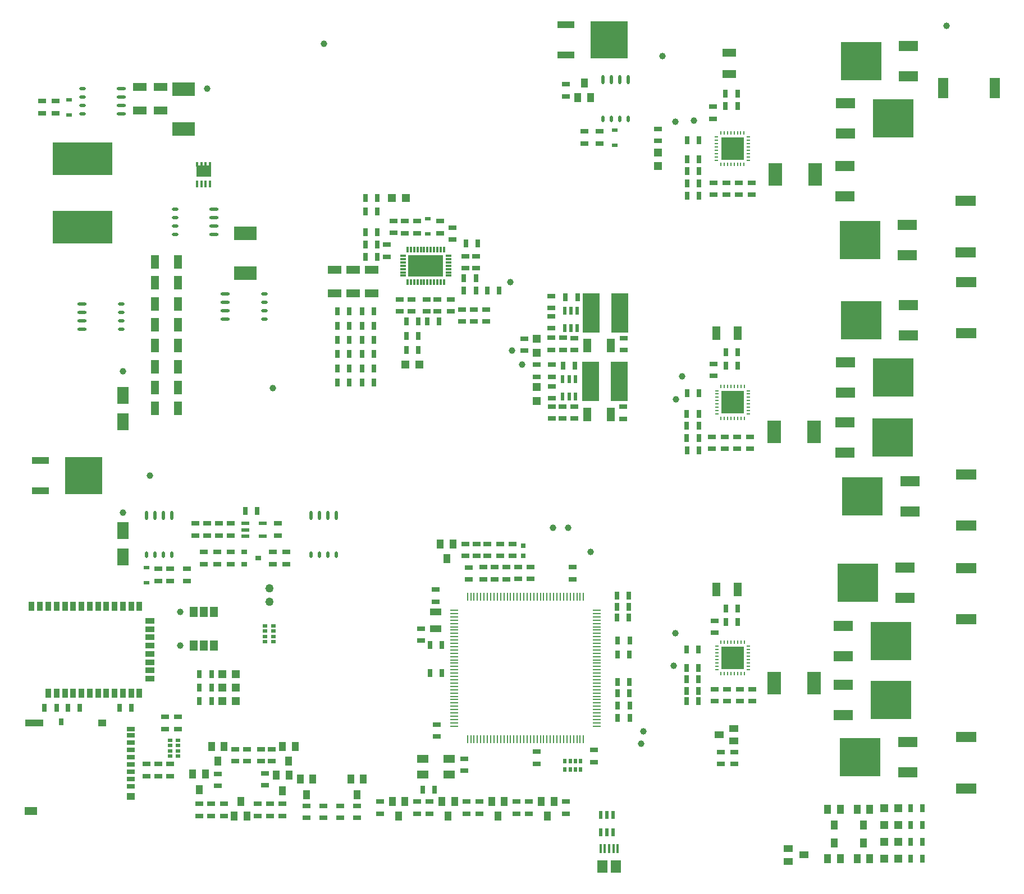
<source format=gtp>
G04*
G04 #@! TF.GenerationSoftware,Altium Limited,Altium Designer,19.0.11 (319)*
G04*
G04 Layer_Color=8421504*
%FSLAX25Y25*%
%MOIN*%
G70*
G01*
G75*
%ADD18R,0.02559X0.01969*%
%ADD19R,0.07480X0.05118*%
%ADD20R,0.11024X0.03937*%
%ADD21R,0.03150X0.03937*%
%ADD22R,0.04724X0.03937*%
%ADD23R,0.04724X0.02756*%
%ADD24R,0.03543X0.03150*%
%ADD25O,0.03937X0.01968*%
%ADD26O,0.05512X0.01968*%
%ADD27R,0.22173X0.22441*%
%ADD28R,0.10236X0.04173*%
%ADD29R,0.35433X0.19685*%
%ADD30O,0.01968X0.03937*%
%ADD31O,0.01968X0.05512*%
G04:AMPARAMS|DCode=32|XSize=50mil|YSize=50mil|CornerRadius=25mil|HoleSize=0mil|Usage=FLASHONLY|Rotation=0.000|XOffset=0mil|YOffset=0mil|HoleType=Round|Shape=RoundedRectangle|*
%AMROUNDEDRECTD32*
21,1,0.05000,0.00000,0,0,0.0*
21,1,0.00000,0.05000,0,0,0.0*
1,1,0.05000,0.00000,0.00000*
1,1,0.05000,0.00000,0.00000*
1,1,0.05000,0.00000,0.00000*
1,1,0.05000,0.00000,0.00000*
%
%ADD32ROUNDEDRECTD32*%
%ADD33R,0.04724X0.02362*%
%ADD34R,0.03150X0.03150*%
%ADD35R,0.13386X0.07874*%
%ADD36R,0.07874X0.04724*%
%ADD37R,0.01595X0.03898*%
%ADD38R,0.08799X0.06791*%
%ADD39R,0.01595X0.02992*%
%ADD40R,0.06693X0.09843*%
%ADD41R,0.05700X0.03300*%
%ADD42R,0.03300X0.05700*%
%ADD43R,0.04600X0.06300*%
%ADD44R,0.04724X0.07874*%
%ADD45R,0.04724X0.04724*%
%ADD46R,0.03268X0.02480*%
%ADD47R,0.01969X0.02559*%
%ADD48R,0.09843X0.23622*%
G04:AMPARAMS|DCode=49|XSize=39.37mil|YSize=39.37mil|CornerRadius=19.68mil|HoleSize=0mil|Usage=FLASHONLY|Rotation=90.000|XOffset=0mil|YOffset=0mil|HoleType=Round|Shape=RoundedRectangle|*
%AMROUNDEDRECTD49*
21,1,0.03937,0.00000,0,0,90.0*
21,1,0.00000,0.03937,0,0,90.0*
1,1,0.03937,0.00000,0.00000*
1,1,0.03937,0.00000,0.00000*
1,1,0.03937,0.00000,0.00000*
1,1,0.03937,0.00000,0.00000*
%
%ADD49ROUNDEDRECTD49*%
%ADD50R,0.05000X0.08110*%
G04:AMPARAMS|DCode=51|XSize=39.37mil|YSize=39.37mil|CornerRadius=19.68mil|HoleSize=0mil|Usage=FLASHONLY|Rotation=0.000|XOffset=0mil|YOffset=0mil|HoleType=Round|Shape=RoundedRectangle|*
%AMROUNDEDRECTD51*
21,1,0.03937,0.00000,0,0,0.0*
21,1,0.00000,0.03937,0,0,0.0*
1,1,0.03937,0.00000,0.00000*
1,1,0.03937,0.00000,0.00000*
1,1,0.03937,0.00000,0.00000*
1,1,0.03937,0.00000,0.00000*
%
%ADD51ROUNDEDRECTD51*%
%ADD52R,0.05984X0.12087*%
%ADD53R,0.05512X0.03937*%
%ADD54R,0.12087X0.05984*%
%ADD55R,0.08110X0.05000*%
%ADD56R,0.01181X0.03169*%
%ADD57R,0.03169X0.01181*%
%ADD58R,0.20669X0.12795*%
%ADD59R,0.03937X0.05512*%
%ADD60R,0.01100X0.04800*%
%ADD61R,0.04800X0.01100*%
%ADD62R,0.02165X0.04724*%
%ADD63R,0.07087X0.03937*%
%ADD64R,0.07874X0.13386*%
%ADD65R,0.02362X0.00984*%
%ADD66R,0.00984X0.02362*%
%ADD67R,0.13583X0.13583*%
%ADD68R,0.11811X0.06299*%
%ADD69R,0.24409X0.22835*%
%ADD70R,0.07087X0.05118*%
%ADD71R,0.04724X0.03150*%
%ADD72R,0.03150X0.04724*%
%ADD73R,0.01575X0.05315*%
%ADD74R,0.05906X0.07480*%
D18*
X189542Y158976D02*
D03*
Y162125D02*
D03*
Y165275D02*
D03*
Y168424D02*
D03*
X184620D02*
D03*
Y165275D02*
D03*
Y162125D02*
D03*
Y158976D02*
D03*
X133003Y90976D02*
D03*
Y94125D02*
D03*
Y97275D02*
D03*
Y100424D02*
D03*
X128081D02*
D03*
Y97275D02*
D03*
Y94125D02*
D03*
Y90976D02*
D03*
D19*
X45439Y58338D02*
D03*
D20*
X47408Y110897D02*
D03*
D21*
X63549Y111487D02*
D03*
D22*
X87959Y110897D02*
D03*
X104888Y66999D02*
D03*
D23*
Y107157D02*
D03*
Y103417D02*
D03*
Y99086D02*
D03*
Y94755D02*
D03*
Y90424D02*
D03*
Y86094D02*
D03*
Y81763D02*
D03*
Y77432D02*
D03*
Y73102D02*
D03*
D24*
X180412Y208700D02*
D03*
X172144Y204960D02*
D03*
Y212440D02*
D03*
D25*
X184081Y350700D02*
D03*
Y355700D02*
D03*
Y360700D02*
D03*
Y365700D02*
D03*
X76073Y487700D02*
D03*
Y482700D02*
D03*
Y477700D02*
D03*
Y472700D02*
D03*
X99081Y344700D02*
D03*
Y349700D02*
D03*
Y354700D02*
D03*
Y359700D02*
D03*
X131073Y416200D02*
D03*
Y411200D02*
D03*
Y406200D02*
D03*
Y401200D02*
D03*
D26*
X160853Y365700D02*
D03*
Y360700D02*
D03*
Y355700D02*
D03*
Y350700D02*
D03*
X99301Y472700D02*
D03*
Y477700D02*
D03*
Y482700D02*
D03*
Y487700D02*
D03*
X75853Y359700D02*
D03*
Y354700D02*
D03*
Y349700D02*
D03*
Y344700D02*
D03*
X154302Y401200D02*
D03*
Y406200D02*
D03*
Y411200D02*
D03*
Y416200D02*
D03*
D27*
X76868Y257700D02*
D03*
X388868Y516700D02*
D03*
D28*
X51081Y266700D02*
D03*
Y248700D02*
D03*
X363081Y507700D02*
D03*
Y525700D02*
D03*
D29*
X76081Y445976D02*
D03*
Y405424D02*
D03*
D30*
X211790Y210700D02*
D03*
X216790D02*
D03*
X221790D02*
D03*
X226790D02*
D03*
X385081Y469700D02*
D03*
X390081D02*
D03*
X395081D02*
D03*
X400081D02*
D03*
X114081Y210700D02*
D03*
X119081D02*
D03*
X124081D02*
D03*
X129081D02*
D03*
D31*
X226790Y233928D02*
D03*
X221790D02*
D03*
X216790D02*
D03*
X211790D02*
D03*
X400081Y492928D02*
D03*
X395081D02*
D03*
X390081D02*
D03*
X385081D02*
D03*
X129081Y233928D02*
D03*
X124081D02*
D03*
X119081D02*
D03*
X114081D02*
D03*
D32*
X187081Y190700D02*
D03*
Y182700D02*
D03*
D33*
X172939Y221763D02*
D03*
Y225503D02*
D03*
Y229243D02*
D03*
X183223Y221763D02*
D03*
Y229243D02*
D03*
D34*
X337816Y215953D02*
D03*
Y210047D02*
D03*
D35*
X136081Y487511D02*
D03*
Y463889D02*
D03*
X172857Y378078D02*
D03*
Y401700D02*
D03*
D36*
X460126Y496501D02*
D03*
Y509099D02*
D03*
D37*
X144183Y431050D02*
D03*
X146782D02*
D03*
X149380D02*
D03*
X151979D02*
D03*
D38*
X148081Y438895D02*
D03*
D39*
X151979Y442802D02*
D03*
X149380D02*
D03*
X146782D02*
D03*
X144183D02*
D03*
D40*
X100081Y305442D02*
D03*
Y289694D02*
D03*
Y225009D02*
D03*
Y209261D02*
D03*
D41*
X116081Y171520D02*
D03*
Y166540D02*
D03*
Y161620D02*
D03*
Y156700D02*
D03*
Y151780D02*
D03*
Y146860D02*
D03*
Y141940D02*
D03*
Y137020D02*
D03*
D42*
X46031Y180070D02*
D03*
X51011D02*
D03*
X55931D02*
D03*
X60851D02*
D03*
X65771D02*
D03*
X70691D02*
D03*
X75611D02*
D03*
X80531D02*
D03*
X85451D02*
D03*
X90371D02*
D03*
X95291D02*
D03*
X100211D02*
D03*
X105131D02*
D03*
X110051D02*
D03*
Y128470D02*
D03*
X105131D02*
D03*
X100211D02*
D03*
X95291D02*
D03*
X90371D02*
D03*
X85451D02*
D03*
X80531D02*
D03*
X75611D02*
D03*
X70691D02*
D03*
X65771D02*
D03*
X60851D02*
D03*
X55931D02*
D03*
D43*
X142081Y176700D02*
D03*
X148081D02*
D03*
X154081D02*
D03*
X142081Y156700D02*
D03*
X148081D02*
D03*
X154081D02*
D03*
D44*
X465225Y342548D02*
D03*
X452627D02*
D03*
X465225Y189922D02*
D03*
X452627D02*
D03*
D45*
X345816Y330766D02*
D03*
Y339034D02*
D03*
X417916Y441619D02*
D03*
Y449887D02*
D03*
X345816Y302166D02*
D03*
Y310434D02*
D03*
X552292Y30200D02*
D03*
X560560D02*
D03*
X167349Y139700D02*
D03*
X159081D02*
D03*
X167349Y123700D02*
D03*
X159081D02*
D03*
X167349Y131700D02*
D03*
X159081D02*
D03*
X267882Y323870D02*
D03*
X276150D02*
D03*
X268215Y422700D02*
D03*
X259947D02*
D03*
X552292Y40200D02*
D03*
X560560D02*
D03*
X552292Y60200D02*
D03*
X560560D02*
D03*
X552292Y50200D02*
D03*
X560560D02*
D03*
D46*
X281227Y410428D02*
D03*
Y401372D02*
D03*
X392081Y463228D02*
D03*
Y454172D02*
D03*
X114081Y194172D02*
D03*
Y203228D02*
D03*
X68081Y481228D02*
D03*
Y472172D02*
D03*
D47*
X362592Y83239D02*
D03*
X365741D02*
D03*
X368891D02*
D03*
X372040D02*
D03*
Y88161D02*
D03*
X368891D02*
D03*
X365741D02*
D03*
X362592D02*
D03*
D48*
X394779Y313800D02*
D03*
X377850D02*
D03*
X395179Y354300D02*
D03*
X378250D02*
D03*
D49*
X134081Y176700D02*
D03*
X116081Y257700D02*
D03*
X100081Y235700D02*
D03*
X337216Y323650D02*
D03*
X331216Y332000D02*
D03*
X134081Y156700D02*
D03*
D50*
X376007Y294200D02*
D03*
X389825D02*
D03*
X132990Y359843D02*
D03*
X119172D02*
D03*
X132990Y297700D02*
D03*
X119172D02*
D03*
X132990Y334986D02*
D03*
X119172D02*
D03*
X132990Y372271D02*
D03*
X119172D02*
D03*
X132990Y310129D02*
D03*
X119172D02*
D03*
X132990Y322557D02*
D03*
X119172D02*
D03*
X376007Y335000D02*
D03*
X389825D02*
D03*
X132990Y384700D02*
D03*
X119172D02*
D03*
X132990Y347414D02*
D03*
X119172D02*
D03*
D51*
X589066Y525200D02*
D03*
X432166Y316850D02*
D03*
X407866Y98300D02*
D03*
X428066Y468200D02*
D03*
Y164150D02*
D03*
X420626Y507100D02*
D03*
X189081Y309700D02*
D03*
X150081Y487700D02*
D03*
X428616Y303000D02*
D03*
X364566Y226650D02*
D03*
X330316Y372600D02*
D03*
X377766Y212400D02*
D03*
X409216Y105850D02*
D03*
X355516Y226650D02*
D03*
X427166Y144700D02*
D03*
X219631Y514270D02*
D03*
X439266Y468850D02*
D03*
X100081Y319700D02*
D03*
D52*
X617743Y488100D02*
D03*
X587309D02*
D03*
D53*
X454385Y103700D02*
D03*
X463047Y107440D02*
D03*
Y99960D02*
D03*
X504650Y32300D02*
D03*
X495202Y28560D02*
D03*
Y36040D02*
D03*
D54*
X600926Y372765D02*
D03*
Y342331D02*
D03*
X600626Y390483D02*
D03*
Y420917D02*
D03*
X601026Y228131D02*
D03*
Y258565D02*
D03*
X600926Y202739D02*
D03*
Y172305D02*
D03*
X600726Y71905D02*
D03*
Y102339D02*
D03*
D55*
X225916Y366091D02*
D03*
Y379909D02*
D03*
X110081Y488609D02*
D03*
Y474791D02*
D03*
X122443D02*
D03*
Y488609D02*
D03*
X247916Y379909D02*
D03*
Y366091D02*
D03*
X236916Y379909D02*
D03*
Y366091D02*
D03*
D56*
X269200Y372845D02*
D03*
X271169D02*
D03*
X273137D02*
D03*
X275106D02*
D03*
X277074D02*
D03*
X279043D02*
D03*
X281011D02*
D03*
X282980D02*
D03*
X284948D02*
D03*
X286917D02*
D03*
X288885D02*
D03*
X290854D02*
D03*
Y392155D02*
D03*
X288885D02*
D03*
X286917D02*
D03*
X284948D02*
D03*
X282980D02*
D03*
X281011D02*
D03*
X279043D02*
D03*
X277074D02*
D03*
X275106D02*
D03*
X273137D02*
D03*
X271169D02*
D03*
X269200D02*
D03*
D57*
X293619Y376594D02*
D03*
Y378563D02*
D03*
Y380531D02*
D03*
Y382500D02*
D03*
Y384469D02*
D03*
Y386437D02*
D03*
Y388406D02*
D03*
X266435D02*
D03*
Y386437D02*
D03*
Y384469D02*
D03*
Y382500D02*
D03*
Y380531D02*
D03*
Y378563D02*
D03*
Y376594D02*
D03*
D58*
X280027Y382500D02*
D03*
D59*
X539926Y39524D02*
D03*
X543666Y30076D02*
D03*
X536186D02*
D03*
X267556Y63931D02*
D03*
X260076D02*
D03*
X263816Y55269D02*
D03*
X539926Y50076D02*
D03*
X536186Y59524D02*
D03*
X543666D02*
D03*
X374081Y491031D02*
D03*
X377821Y482369D02*
D03*
X370341D02*
D03*
X195016Y70276D02*
D03*
X191276Y79724D02*
D03*
X198756D02*
D03*
X209216Y68076D02*
D03*
X205476Y77524D02*
D03*
X212956D02*
D03*
X239216Y68076D02*
D03*
X235476Y77524D02*
D03*
X242956D02*
D03*
X145416Y70976D02*
D03*
X141676Y80424D02*
D03*
X149156D02*
D03*
X198716Y87969D02*
D03*
X194976Y96631D02*
D03*
X202456D02*
D03*
X166376Y55569D02*
D03*
X173856D02*
D03*
X170116Y64231D02*
D03*
X156516Y87969D02*
D03*
X152776Y96631D02*
D03*
X160256D02*
D03*
X297056Y63931D02*
D03*
X289576D02*
D03*
X293316Y55269D02*
D03*
X326556Y63931D02*
D03*
X319076D02*
D03*
X322816Y55269D02*
D03*
X356056Y63931D02*
D03*
X348576D02*
D03*
X352316Y55269D02*
D03*
X522426Y39524D02*
D03*
X526166Y30076D02*
D03*
X518686D02*
D03*
X522426Y50076D02*
D03*
X518686Y59524D02*
D03*
X526166D02*
D03*
X296156Y217031D02*
D03*
X288676D02*
D03*
X292416Y208369D02*
D03*
D60*
X373665Y185600D02*
D03*
X371696D02*
D03*
X369728D02*
D03*
X367759D02*
D03*
X365791D02*
D03*
X363822D02*
D03*
X361854D02*
D03*
X359885D02*
D03*
X357917D02*
D03*
X355948D02*
D03*
X353980D02*
D03*
X352011D02*
D03*
X350043D02*
D03*
X348074D02*
D03*
X346106D02*
D03*
X344137D02*
D03*
X342169D02*
D03*
X340200D02*
D03*
X338232D02*
D03*
X336263D02*
D03*
X334295D02*
D03*
X332326D02*
D03*
X330358D02*
D03*
X328389D02*
D03*
X326421D02*
D03*
X324452D02*
D03*
X322484D02*
D03*
X320515D02*
D03*
X318547D02*
D03*
X316578D02*
D03*
X314610D02*
D03*
X312641D02*
D03*
X310673D02*
D03*
X308704D02*
D03*
X306736D02*
D03*
X304767D02*
D03*
Y101000D02*
D03*
X306736D02*
D03*
X308704D02*
D03*
X310673D02*
D03*
X312641D02*
D03*
X314610D02*
D03*
X316578D02*
D03*
X318547D02*
D03*
X320515D02*
D03*
X322484D02*
D03*
X324452D02*
D03*
X326421D02*
D03*
X328389D02*
D03*
X330358D02*
D03*
X332326D02*
D03*
X334295D02*
D03*
X336263D02*
D03*
X338232D02*
D03*
X340200D02*
D03*
X342169D02*
D03*
X344137D02*
D03*
X346106D02*
D03*
X348074D02*
D03*
X350043D02*
D03*
X352011D02*
D03*
X353980D02*
D03*
X355948D02*
D03*
X357917D02*
D03*
X359885D02*
D03*
X361854D02*
D03*
X363822D02*
D03*
X365791D02*
D03*
X367759D02*
D03*
X369728D02*
D03*
X371696D02*
D03*
X373665D02*
D03*
D61*
X296916Y177749D02*
D03*
Y175780D02*
D03*
Y173812D02*
D03*
Y171843D02*
D03*
Y169875D02*
D03*
Y167906D02*
D03*
Y165938D02*
D03*
Y163969D02*
D03*
Y162001D02*
D03*
Y160032D02*
D03*
Y158064D02*
D03*
Y156095D02*
D03*
Y154127D02*
D03*
Y152158D02*
D03*
Y150190D02*
D03*
Y148221D02*
D03*
Y146253D02*
D03*
Y144284D02*
D03*
Y142316D02*
D03*
Y140347D02*
D03*
Y138379D02*
D03*
Y136410D02*
D03*
Y134442D02*
D03*
Y132473D02*
D03*
Y130505D02*
D03*
Y128536D02*
D03*
Y126568D02*
D03*
Y124599D02*
D03*
Y122631D02*
D03*
Y120662D02*
D03*
Y118694D02*
D03*
Y116725D02*
D03*
Y114757D02*
D03*
Y112788D02*
D03*
Y110820D02*
D03*
Y108851D02*
D03*
X381516D02*
D03*
Y110820D02*
D03*
Y112788D02*
D03*
Y114757D02*
D03*
Y116725D02*
D03*
Y118694D02*
D03*
Y120662D02*
D03*
Y122631D02*
D03*
Y124599D02*
D03*
Y126568D02*
D03*
Y128536D02*
D03*
Y130505D02*
D03*
Y132473D02*
D03*
Y134442D02*
D03*
Y136410D02*
D03*
Y138379D02*
D03*
Y140347D02*
D03*
Y142316D02*
D03*
Y144284D02*
D03*
Y146253D02*
D03*
Y148221D02*
D03*
Y150190D02*
D03*
Y152158D02*
D03*
Y154127D02*
D03*
Y156095D02*
D03*
Y158064D02*
D03*
Y160032D02*
D03*
Y162001D02*
D03*
Y163969D02*
D03*
Y165938D02*
D03*
Y167906D02*
D03*
Y169875D02*
D03*
Y171843D02*
D03*
Y173812D02*
D03*
Y175780D02*
D03*
Y177749D02*
D03*
D62*
X368856Y314918D02*
D03*
X365116D02*
D03*
X361376D02*
D03*
Y304682D02*
D03*
X368856D02*
D03*
X365116D02*
D03*
X369956Y355718D02*
D03*
X366216D02*
D03*
X362476D02*
D03*
Y345482D02*
D03*
X369956D02*
D03*
X366216D02*
D03*
X383776Y45781D02*
D03*
X387516D02*
D03*
X391256D02*
D03*
Y56019D02*
D03*
X387516D02*
D03*
X383776D02*
D03*
D63*
X285816Y176621D02*
D03*
Y166779D02*
D03*
D64*
X487015Y283748D02*
D03*
X510637D02*
D03*
X486915Y134522D02*
D03*
X510537D02*
D03*
X487615Y436600D02*
D03*
X511237D02*
D03*
D65*
X452777Y156312D02*
D03*
Y154343D02*
D03*
Y152375D02*
D03*
Y150406D02*
D03*
Y148438D02*
D03*
Y146469D02*
D03*
Y144501D02*
D03*
Y142532D02*
D03*
X471675D02*
D03*
Y144501D02*
D03*
Y146469D02*
D03*
Y148438D02*
D03*
Y150406D02*
D03*
Y152375D02*
D03*
Y154343D02*
D03*
Y156312D02*
D03*
X452677Y458990D02*
D03*
Y457021D02*
D03*
Y455053D02*
D03*
Y453084D02*
D03*
Y451116D02*
D03*
Y449147D02*
D03*
Y447179D02*
D03*
Y445210D02*
D03*
X471575D02*
D03*
Y447179D02*
D03*
Y449147D02*
D03*
Y451116D02*
D03*
Y453084D02*
D03*
Y455053D02*
D03*
Y457021D02*
D03*
Y458990D02*
D03*
X452777Y308238D02*
D03*
Y306269D02*
D03*
Y304301D02*
D03*
Y302332D02*
D03*
Y300364D02*
D03*
Y298395D02*
D03*
Y296427D02*
D03*
Y294458D02*
D03*
X471675D02*
D03*
Y296427D02*
D03*
Y298395D02*
D03*
Y300364D02*
D03*
Y302332D02*
D03*
Y304301D02*
D03*
Y306269D02*
D03*
Y308238D02*
D03*
D66*
X455336Y139973D02*
D03*
X457305D02*
D03*
X459273D02*
D03*
X461242D02*
D03*
X463210D02*
D03*
X465179D02*
D03*
X467147D02*
D03*
X469116D02*
D03*
Y158871D02*
D03*
X467147D02*
D03*
X465179D02*
D03*
X463210D02*
D03*
X461242D02*
D03*
X459273D02*
D03*
X457305D02*
D03*
X455336D02*
D03*
X455236Y442651D02*
D03*
X457205D02*
D03*
X459173D02*
D03*
X461142D02*
D03*
X463110D02*
D03*
X465079D02*
D03*
X467047D02*
D03*
X469016D02*
D03*
Y461549D02*
D03*
X467047D02*
D03*
X465079D02*
D03*
X463110D02*
D03*
X461142D02*
D03*
X459173D02*
D03*
X457205D02*
D03*
X455236D02*
D03*
X455336Y291899D02*
D03*
X457305D02*
D03*
X459273D02*
D03*
X461242D02*
D03*
X463210D02*
D03*
X465179D02*
D03*
X467147D02*
D03*
X469116D02*
D03*
Y310797D02*
D03*
X467147D02*
D03*
X465179D02*
D03*
X463210D02*
D03*
X461242D02*
D03*
X459273D02*
D03*
X457305D02*
D03*
X455336D02*
D03*
D67*
X462226Y149422D02*
D03*
X462126Y452100D02*
D03*
X462226Y301348D02*
D03*
D68*
X528006Y168318D02*
D03*
Y150326D02*
D03*
X564706Y185182D02*
D03*
Y203174D02*
D03*
X527926Y133418D02*
D03*
Y115426D02*
D03*
X566226Y81282D02*
D03*
Y99274D02*
D03*
X566706Y341056D02*
D03*
Y359048D02*
D03*
X566026Y388604D02*
D03*
Y406596D02*
D03*
X567526Y236456D02*
D03*
Y254448D02*
D03*
X529306Y325144D02*
D03*
Y307152D02*
D03*
X529026Y441796D02*
D03*
Y423804D02*
D03*
X528926Y289544D02*
D03*
Y271552D02*
D03*
X529306Y479096D02*
D03*
Y461104D02*
D03*
X566706Y495204D02*
D03*
Y513196D02*
D03*
D69*
X556274Y159322D02*
D03*
X536438Y194178D02*
D03*
X556194Y124422D02*
D03*
X537958Y90278D02*
D03*
X538438Y350052D02*
D03*
X537758Y397600D02*
D03*
X539258Y245452D02*
D03*
X557574Y316148D02*
D03*
X557194Y280548D02*
D03*
X557574Y470100D02*
D03*
X538438Y504200D02*
D03*
D70*
X278142Y79976D02*
D03*
X293890D02*
D03*
Y89424D02*
D03*
X278142D02*
D03*
D71*
X463116Y86457D02*
D03*
Y93543D02*
D03*
X455316D02*
D03*
Y86457D02*
D03*
X303427Y388143D02*
D03*
Y381057D02*
D03*
X294727Y355357D02*
D03*
Y362443D02*
D03*
X449916Y280743D02*
D03*
Y273657D02*
D03*
X397316Y291557D02*
D03*
Y298643D02*
D03*
X267627Y401857D02*
D03*
Y408943D02*
D03*
X458416Y431743D02*
D03*
Y424657D02*
D03*
X310027Y388143D02*
D03*
Y381057D02*
D03*
X457416Y280743D02*
D03*
Y273657D02*
D03*
X274927Y401857D02*
D03*
Y408943D02*
D03*
X287027Y362443D02*
D03*
Y355357D02*
D03*
X345816Y316557D02*
D03*
Y323643D02*
D03*
X450916Y431743D02*
D03*
Y424657D02*
D03*
X363081Y483157D02*
D03*
Y490243D02*
D03*
X374081Y455157D02*
D03*
Y462243D02*
D03*
X164081Y205157D02*
D03*
Y212243D02*
D03*
X125081Y114243D02*
D03*
Y107157D02*
D03*
X383081Y455157D02*
D03*
Y462243D02*
D03*
X114081Y86243D02*
D03*
Y79157D02*
D03*
X121081Y86243D02*
D03*
Y79157D02*
D03*
X133003Y114243D02*
D03*
Y107157D02*
D03*
X128081Y79157D02*
D03*
Y86243D02*
D03*
X197081Y212243D02*
D03*
Y205157D02*
D03*
X311816Y56857D02*
D03*
Y63943D02*
D03*
X239216Y54357D02*
D03*
Y61443D02*
D03*
X164175Y222157D02*
D03*
Y229243D02*
D03*
X195016Y55557D02*
D03*
Y62643D02*
D03*
X152716Y55557D02*
D03*
Y62643D02*
D03*
X229216Y54357D02*
D03*
Y61443D02*
D03*
X333816Y63943D02*
D03*
Y56857D02*
D03*
X138081Y195157D02*
D03*
Y202243D02*
D03*
X143081Y222157D02*
D03*
Y229243D02*
D03*
X274816Y63943D02*
D03*
Y56857D02*
D03*
X156516Y80443D02*
D03*
Y73357D02*
D03*
X189081Y212243D02*
D03*
Y205157D02*
D03*
X156081Y212243D02*
D03*
Y205157D02*
D03*
X180116Y55557D02*
D03*
Y62643D02*
D03*
X219216Y54357D02*
D03*
Y61443D02*
D03*
X363316Y63943D02*
D03*
Y56857D02*
D03*
X192081Y222157D02*
D03*
Y229243D02*
D03*
X187616Y55557D02*
D03*
Y62643D02*
D03*
X184516Y73757D02*
D03*
Y80843D02*
D03*
X145416Y55557D02*
D03*
Y62643D02*
D03*
X121081Y195157D02*
D03*
Y202243D02*
D03*
X148081Y212243D02*
D03*
Y205157D02*
D03*
X282316Y56857D02*
D03*
Y63943D02*
D03*
X304316D02*
D03*
Y56857D02*
D03*
X341316D02*
D03*
Y63943D02*
D03*
X128081Y202243D02*
D03*
Y195157D02*
D03*
X150112Y222157D02*
D03*
Y229243D02*
D03*
X252816Y63943D02*
D03*
Y56857D02*
D03*
X209216Y54357D02*
D03*
Y61443D02*
D03*
X160116Y62643D02*
D03*
Y55557D02*
D03*
X157144Y222157D02*
D03*
Y229243D02*
D03*
X464916Y273657D02*
D03*
Y280743D02*
D03*
X466416Y123657D02*
D03*
Y130743D02*
D03*
X174016Y95043D02*
D03*
Y87957D02*
D03*
X465916Y424657D02*
D03*
Y431743D02*
D03*
X346016Y93643D02*
D03*
Y86557D02*
D03*
X182116Y95043D02*
D03*
Y87957D02*
D03*
X188716D02*
D03*
Y95043D02*
D03*
X260916Y409032D02*
D03*
Y401946D02*
D03*
X380016Y94643D02*
D03*
Y87557D02*
D03*
X286416Y109843D02*
D03*
Y102757D02*
D03*
X327816Y203243D02*
D03*
Y196157D02*
D03*
X473916Y123657D02*
D03*
Y130743D02*
D03*
X473416Y424657D02*
D03*
Y431743D02*
D03*
X257027Y387857D02*
D03*
Y394943D02*
D03*
X417916Y456757D02*
D03*
Y463843D02*
D03*
X314316Y203243D02*
D03*
Y196157D02*
D03*
X472416Y273657D02*
D03*
Y280743D02*
D03*
X167016Y87957D02*
D03*
Y95043D02*
D03*
X331616Y217143D02*
D03*
Y210057D02*
D03*
X321016Y203243D02*
D03*
Y196157D02*
D03*
X342216Y196257D02*
D03*
Y203343D02*
D03*
X338516Y339043D02*
D03*
Y331957D02*
D03*
X60081Y480243D02*
D03*
Y473157D02*
D03*
X354616Y339643D02*
D03*
Y332557D02*
D03*
X324116Y217143D02*
D03*
Y210057D02*
D03*
X354916Y316557D02*
D03*
Y323643D02*
D03*
X264527Y362443D02*
D03*
Y355357D02*
D03*
X361516Y339643D02*
D03*
Y332557D02*
D03*
X354816Y298743D02*
D03*
Y291657D02*
D03*
X368116Y332457D02*
D03*
Y339543D02*
D03*
X354616Y345357D02*
D03*
Y352443D02*
D03*
X271677Y362493D02*
D03*
Y355407D02*
D03*
X354916Y303757D02*
D03*
Y310843D02*
D03*
X397716Y332357D02*
D03*
Y339443D02*
D03*
X52081Y480243D02*
D03*
Y473157D02*
D03*
X361316Y298743D02*
D03*
Y291657D02*
D03*
X354616Y357457D02*
D03*
Y364543D02*
D03*
X368116Y291657D02*
D03*
Y298743D02*
D03*
X288527Y401857D02*
D03*
Y408943D02*
D03*
X451426Y164479D02*
D03*
Y171565D02*
D03*
X451416Y130743D02*
D03*
Y123657D02*
D03*
X301627Y349457D02*
D03*
Y356543D02*
D03*
X296027Y405043D02*
D03*
Y397957D02*
D03*
X308527Y349457D02*
D03*
Y356543D02*
D03*
X315816Y356532D02*
D03*
Y349446D02*
D03*
X280416Y362454D02*
D03*
Y355368D02*
D03*
X451026Y317005D02*
D03*
Y324091D02*
D03*
X458916Y130743D02*
D03*
Y123657D02*
D03*
X285816Y189943D02*
D03*
Y182857D02*
D03*
X316516Y210057D02*
D03*
Y217143D02*
D03*
X305416Y196057D02*
D03*
Y203143D02*
D03*
X310216Y217143D02*
D03*
Y210057D02*
D03*
X277216Y159657D02*
D03*
Y166743D02*
D03*
X450626Y469857D02*
D03*
Y476943D02*
D03*
X335016Y196257D02*
D03*
Y203343D02*
D03*
X367116Y196157D02*
D03*
Y203243D02*
D03*
X302816Y82357D02*
D03*
Y89443D02*
D03*
X303616Y217043D02*
D03*
Y209957D02*
D03*
D72*
X280884Y349400D02*
D03*
X287970D02*
D03*
X275559Y349300D02*
D03*
X268473D02*
D03*
X234683Y330028D02*
D03*
X227597D02*
D03*
X249183Y321528D02*
D03*
X242097D02*
D03*
X368659Y323000D02*
D03*
X361573D02*
D03*
X302673Y367700D02*
D03*
X309759D02*
D03*
X234683Y321528D02*
D03*
X227597D02*
D03*
X275559Y340700D02*
D03*
X268473D02*
D03*
X442169Y306748D02*
D03*
X435083D02*
D03*
X442269Y457000D02*
D03*
X435183D02*
D03*
X401059Y159900D02*
D03*
X393973D02*
D03*
X98120Y119700D02*
D03*
X105206D02*
D03*
X145672Y139700D02*
D03*
X152758D02*
D03*
X145672Y131700D02*
D03*
X152758D02*
D03*
X60776Y119700D02*
D03*
X53690D02*
D03*
X172939Y236700D02*
D03*
X180025D02*
D03*
X74624Y119700D02*
D03*
X67538D02*
D03*
X145672Y123700D02*
D03*
X152758D02*
D03*
X393473Y173300D02*
D03*
X400559D02*
D03*
X435083Y424000D02*
D03*
X442169D02*
D03*
X435083Y445900D02*
D03*
X442169D02*
D03*
X434983Y294300D02*
D03*
X442069D02*
D03*
X441869Y136900D02*
D03*
X434783D02*
D03*
X442069Y287300D02*
D03*
X434983D02*
D03*
X251170Y414700D02*
D03*
X244084D02*
D03*
X442069Y280000D02*
D03*
X434983D02*
D03*
X251170Y422700D02*
D03*
X244084D02*
D03*
X434783Y143300D02*
D03*
X441869D02*
D03*
X289559Y140300D02*
D03*
X282473D02*
D03*
X251170Y395100D02*
D03*
X244084D02*
D03*
X393473Y186400D02*
D03*
X400559D02*
D03*
X393873Y151500D02*
D03*
X400959D02*
D03*
X442169Y431300D02*
D03*
X435083D02*
D03*
X394049Y121217D02*
D03*
X401135D02*
D03*
X441869Y129800D02*
D03*
X434783D02*
D03*
X442169Y438800D02*
D03*
X435083D02*
D03*
X251170Y387900D02*
D03*
X244084D02*
D03*
X434763Y123700D02*
D03*
X441849D02*
D03*
X249283Y355528D02*
D03*
X242197D02*
D03*
X234683D02*
D03*
X227597D02*
D03*
X268473Y332347D02*
D03*
X275559D02*
D03*
X394049Y113817D02*
D03*
X401135D02*
D03*
X251170Y402300D02*
D03*
X244084D02*
D03*
X323624Y367700D02*
D03*
X316538D02*
D03*
X393773Y135100D02*
D03*
X400859D02*
D03*
X435063Y272800D02*
D03*
X442149D02*
D03*
X393949Y128517D02*
D03*
X401035D02*
D03*
X370059Y363700D02*
D03*
X362973D02*
D03*
X393473Y179900D02*
D03*
X400559D02*
D03*
X234683Y338528D02*
D03*
X227597D02*
D03*
X249183Y330028D02*
D03*
X242097D02*
D03*
X249183Y313028D02*
D03*
X242097D02*
D03*
X309759Y374989D02*
D03*
X302673D02*
D03*
X234683Y346628D02*
D03*
X227597D02*
D03*
X249183D02*
D03*
X242097D02*
D03*
X465269Y170822D02*
D03*
X458183D02*
D03*
X465169Y178822D02*
D03*
X458083D02*
D03*
X249183Y338528D02*
D03*
X242097D02*
D03*
X234683Y313028D02*
D03*
X227597D02*
D03*
X574969Y50200D02*
D03*
X567883D02*
D03*
X574969Y30200D02*
D03*
X567883D02*
D03*
X574969Y60200D02*
D03*
X567883D02*
D03*
X574969Y40200D02*
D03*
X567883D02*
D03*
X310859Y395811D02*
D03*
X303773D02*
D03*
X465169Y331048D02*
D03*
X458083D02*
D03*
X441869Y154322D02*
D03*
X434783D02*
D03*
X285259Y71200D02*
D03*
X278173D02*
D03*
X465069Y477300D02*
D03*
X457983D02*
D03*
X465069Y484700D02*
D03*
X457983D02*
D03*
X465269Y323148D02*
D03*
X458183D02*
D03*
X289659Y157200D02*
D03*
X282573D02*
D03*
D73*
X383740Y36100D02*
D03*
X386299D02*
D03*
X388859D02*
D03*
X391418D02*
D03*
X393977D02*
D03*
D74*
X392796Y25470D02*
D03*
X384922D02*
D03*
M02*

</source>
